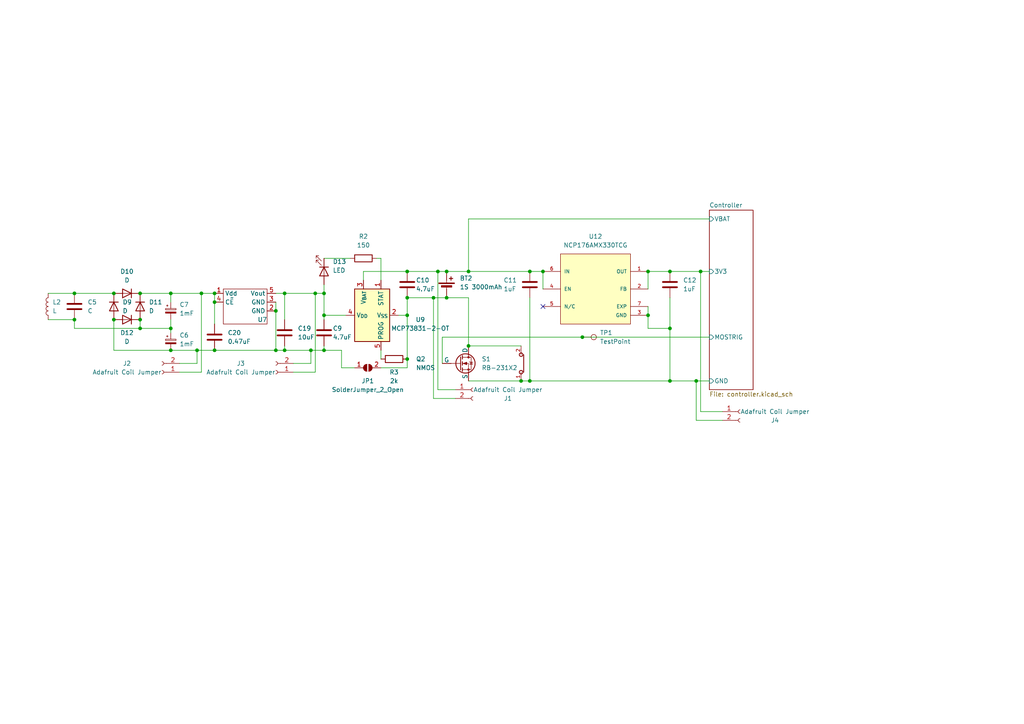
<source format=kicad_sch>
(kicad_sch (version 20230121) (generator eeschema)
  (paper "A4")
  (lib_symbols
    (symbol "Battery_Management:MCP73831-2-OT"
      (property "Reference" "U" (at -7.62 6.35 0))
      (property "Value" "MCP73831-2-OT" (at 1.27 6.35 0))
      (symbol "MCP73831-2-OT_0_1"
        (rectangle (start -7.62 5.08) (end 7.62 -5.08) (stroke (width 0.254)) (fill (type background)))
      )
      (symbol "MCP73831-2-OT_1_1"
        (pin output line (at 10.16 -2.54 180) (length 2.54) (name "STAT") (number "1"))
        (pin power_in line (at 0 -7.62 90) (length 2.54) (name "V_{SS}") (number "2"))
        (pin power_out line (at 10.16 2.54 180) (length 2.54) (name "V_{BAT}") (number "3"))
        (pin power_in line (at 0 7.62 270) (length 2.54) (name "V_{DD}") (number "4"))
        (pin input line (at -10.16 -2.54 0) (length 2.54) (name "PROG") (number "5"))
      )
    )
    (symbol "Connector:Conn_01x02_Socket" (pin_names (offset 1.016) hide)
      (property "Reference" "J" (at 0 2.54 0))
      (property "Value" "Conn_01x02_Socket" (at 0 -5.08 0))
      (symbol "Conn_01x02_Socket_1_1"
        (arc (start 0 -2.032) (mid -0.5058 -2.54) (end 0 -3.048) (stroke (width 0.1524)))
        (polyline (pts (xy -1.27 -2.54) (xy -0.508 -2.54)) (stroke (width 0.1524)))
        (polyline (pts (xy -1.27 0) (xy -0.508 0)) (stroke (width 0.1524)))
        (arc (start 0 0.508) (mid -0.5058 0) (end 0 -0.508) (stroke (width 0.1524)))
        (pin passive line (at -5.08 0 0) (length 3.81) (name "Pin_1") (number "1"))
        (pin passive line (at -5.08 -2.54 0) (length 3.81) (name "Pin_2") (number "2"))
      )
    )
    (symbol "Connector:TestPoint" (pin_numbers hide) (pin_names (offset 0.762) hide)
      (property "Reference" "TP" (at 0 6.858 0))
      (property "Value" "TestPoint" (at 0 5.08 0))
      (symbol "TestPoint_0_1"
        (circle (center 0 3.302) (radius 0.762))
      )
      (symbol "TestPoint_1_1"
        (pin passive line (at 0 0 90) (length 2.54) (name "1") (number "1"))
      )
    )
    (symbol "Device:Battery_Cell" (pin_numbers hide) (pin_names (offset 0) hide)
      (property "Reference" "BT" (at 2.54 2.54 0))
      (property "Value" "Battery_Cell" (at 2.54 0 0))
      (symbol "Battery_Cell_0_1"
        (rectangle (start -2.286 1.778) (end 2.286 1.524) (fill (type outline)))
        (rectangle (start -1.524 1.016) (end 1.524 0.508) (fill (type outline)))
        (polyline (pts (xy 0 0.762) (xy 0 0)))
        (polyline (pts (xy 0 1.778) (xy 0 2.54)))
        (polyline (pts (xy 0.762 3.048) (xy 1.778 3.048)) (stroke (width 0.254)))
        (polyline (pts (xy 1.27 3.556) (xy 1.27 2.54)) (stroke (width 0.254)))
      )
      (symbol "Battery_Cell_1_1"
        (pin passive line (at 0 5.08 270) (length 2.54) (name "+") (number "1"))
        (pin passive line (at 0 -2.54 90) (length 2.54) (name "-") (number "2"))
      )
    )
    (symbol "Device:C" (pin_numbers hide) (pin_names (offset 0.254))
      (property "Reference" "C" (at 0.635 2.54 0))
      (property "Value" "C" (at 0.635 -2.54 0))
      (symbol "C_0_1"
        (polyline (pts (xy -2.032 -0.762) (xy 2.032 -0.762)) (stroke (width 0.508)))
        (polyline (pts (xy -2.032 0.762) (xy 2.032 0.762)) (stroke (width 0.508)))
      )
      (symbol "C_1_1"
        (pin passive line (at 0 3.81 270) (length 2.794) (name "~") (number "1"))
        (pin passive line (at 0 -3.81 90) (length 2.794) (name "~") (number "2"))
      )
    )
    (symbol "Device:C_Polarized_Small" (pin_numbers hide) (pin_names (offset 0.254) hide)
      (property "Reference" "C" (at 0.254 1.778 0))
      (property "Value" "C_Polarized_Small" (at 0.254 -2.032 0))
      (symbol "C_Polarized_Small_0_1"
        (rectangle (start -1.524 -0.3048) (end 1.524 -0.6858) (fill (type outline)))
        (rectangle (start -1.524 0.6858) (end 1.524 0.3048))
        (polyline (pts (xy -1.27 1.524) (xy -0.762 1.524)))
        (polyline (pts (xy -1.016 1.27) (xy -1.016 1.778)))
      )
      (symbol "C_Polarized_Small_1_1"
        (pin passive line (at 0 2.54 270) (length 1.8542) (name "~") (number "1"))
        (pin passive line (at 0 -2.54 90) (length 1.8542) (name "~") (number "2"))
      )
    )
    (symbol "Device:D" (pin_numbers hide) (pin_names (offset 1.016) hide)
      (property "Reference" "D" (at 0 2.54 0))
      (property "Value" "D" (at 0 -2.54 0))
      (symbol "D_0_1"
        (polyline (pts (xy -1.27 1.27) (xy -1.27 -1.27)) (stroke (width 0.254)))
        (polyline (pts (xy 1.27 0) (xy -1.27 0)))
        (polyline (pts (xy 1.27 1.27) (xy 1.27 -1.27) (xy -1.27 0) (xy 1.27 1.27)) (stroke (width 0.254)))
      )
      (symbol "D_1_1"
        (pin passive line (at -3.81 0 0) (length 2.54) (name "K") (number "1"))
        (pin passive line (at 3.81 0 180) (length 2.54) (name "A") (number "2"))
      )
    )
    (symbol "Device:L" (pin_numbers hide) (pin_names (offset 1.016) hide)
      (property "Reference" "L" (at -1.27 0 90))
      (property "Value" "L" (at 1.905 0 90))
      (symbol "L_0_1"
        (arc (start 0 -2.54) (mid 0.6323 -1.905) (end 0 -1.27))
        (arc (start 0 -1.27) (mid 0.6323 -0.635) (end 0 0))
        (arc (start 0 0) (mid 0.6323 0.635) (end 0 1.27))
        (arc (start 0 1.27) (mid 0.6323 1.905) (end 0 2.54))
      )
      (symbol "L_1_1"
        (pin passive line (at 0 3.81 270) (length 1.27) (name "1") (number "1"))
        (pin passive line (at 0 -3.81 90) (length 1.27) (name "2") (number "2"))
      )
    )
    (symbol "Device:LED" (pin_numbers hide) (pin_names (offset 1.016) hide)
      (property "Reference" "D" (at 0 2.54 0))
      (property "Value" "LED" (at 0 -2.54 0))
      (symbol "LED_0_1"
        (polyline (pts (xy -1.27 -1.27) (xy -1.27 1.27)) (stroke (width 0.254)))
        (polyline (pts (xy -1.27 0) (xy 1.27 0)))
        (polyline (pts (xy 1.27 -1.27) (xy 1.27 1.27) (xy -1.27 0) (xy 1.27 -1.27)) (stroke (width 0.254)))
        (polyline (pts (xy -3.048 -0.762) (xy -4.572 -2.286) (xy -3.81 -2.286) (xy -4.572 -2.286) (xy -4.572 -1.524)))
        (polyline (pts (xy -1.778 -0.762) (xy -3.302 -2.286) (xy -2.54 -2.286) (xy -3.302 -2.286) (xy -3.302 -1.524)))
      )
      (symbol "LED_1_1"
        (pin passive line (at -3.81 0 0) (length 2.54) (name "K") (number "1"))
        (pin passive line (at 3.81 0 180) (length 2.54) (name "A") (number "2"))
      )
    )
    (symbol "Device:R" (pin_numbers hide) (pin_names (offset 0))
      (property "Reference" "R" (at 2.032 0 90))
      (property "Value" "R" (at 0 0 90))
      (symbol "R_0_1"
        (rectangle (start -1.016 -2.54) (end 1.016 2.54) (stroke (width 0.254)))
      )
      (symbol "R_1_1"
        (pin passive line (at 0 3.81 270) (length 1.27) (name "~") (number "1"))
        (pin passive line (at 0 -3.81 90) (length 1.27) (name "~") (number "2"))
      )
    )
    (symbol "Jumper:SolderJumper_2_Open" (pin_names (offset 0) hide)
      (property "Reference" "JP" (at 0 2.032 0))
      (property "Value" "SolderJumper_2_Open" (at 0 -2.54 0))
      (symbol "SolderJumper_2_Open_0_1"
        (arc (start -0.254 1.016) (mid -1.2656 0) (end -0.254 -1.016))
        (arc (start -0.254 1.016) (mid -1.2656 0) (end -0.254 -1.016) (fill (type outline)))
        (polyline (pts (xy -0.254 1.016) (xy -0.254 -1.016)))
        (polyline (pts (xy 0.254 1.016) (xy 0.254 -1.016)))
        (arc (start 0.254 -1.016) (mid 1.2656 0) (end 0.254 1.016))
        (arc (start 0.254 -1.016) (mid 1.2656 0) (end 0.254 1.016) (fill (type outline)))
      )
      (symbol "SolderJumper_2_Open_1_1"
        (pin passive line (at -3.81 0 0) (length 2.54) (name "A") (number "1"))
        (pin passive line (at 3.81 0 180) (length 2.54) (name "B") (number "2"))
      )
    )
    (symbol "NCP176AMX330TCG:NCP176AMX330TCG" (pin_names (offset 1.016))
      (property "Reference" "U" (at -10.16 10.922 0))
      (property "Value" "NCP176AMX330TCG" (at -10.16 -12.7 0))
      (symbol "NCP176AMX330TCG_0_0"
        (rectangle (start -10.16 -10.16) (end 10.16 10.16) (stroke (width 0.1524)) (fill (type background)))
        (pin output line (at 15.24 5.08 180) (length 5.08) (name "OUT") (number "1"))
        (pin input line (at 15.24 0 180) (length 5.08) (name "FB") (number "2"))
        (pin power_in line (at 15.24 -7.62 180) (length 5.08) (name "GND") (number "3"))
        (pin input line (at -15.24 0 0) (length 5.08) (name "EN") (number "4"))
        (pin passive line (at -15.24 -5.08 0) (length 5.08) (name "N/C") (number "5"))
        (pin input line (at -15.24 5.08 0) (length 5.08) (name "IN") (number "6"))
        (pin power_in line (at 15.24 -5.08 180) (length 5.08) (name "EXP") (number "7"))
      )
    )
    (symbol "R1500H050B:R1500H050B"
      (property "Reference" "R1500H050B" (at 10.16 -6.35 0))
      (property "Value" "~" (at 0 0 0))
      (symbol "R1500H050B_0_1"
        (rectangle (start -2.54 2.54) (end 10.16 -7.62))
      )
      (symbol "R1500H050B_1_1"
        (pin input line (at -5.08 1.27 0) (length 2.54) (name "Vdd") (number "1"))
        (pin input line (at 12.7 -3.81 180) (length 2.54) (name "GND") (number "2"))
        (pin input line (at 12.7 -1.27 180) (length 2.54) (name "GND") (number "3"))
        (pin input line (at -5.08 -1.27 0) (length 2.54) (name "CE") (number "4"))
        (pin output line (at 12.7 1.27 180) (length 2.54) (name "Vout") (number "5"))
      )
    )
    (symbol "RB-231X2:RB-231X2" (pin_names (offset 1.016))
      (property "Reference" "S" (at -3.5576 2.0329 0))
      (property "Value" "RB-231X2" (at -3.8121 -2.5414 0))
      (symbol "RB-231X2_0_0"
        (circle (center -2.54 0) (radius 0.508) (stroke (width 0.254)))
        (polyline (pts (xy -2.54 0.762) (xy 2.54 0.762)) (stroke (width 0.254)))
        (circle (center 2.54 0) (radius 0.508) (stroke (width 0.254)))
        (pin passive line (at 5.08 0 180) (length 2.54) (name "~") (number "1"))
        (pin passive line (at -5.08 0 0) (length 2.54) (name "~") (number "2"))
      )
    )
    (symbol "Simulation_SPICE:NMOS" (pin_numbers hide) (pin_names (offset 0))
      (property "Reference" "Q" (at 5.08 1.27 0))
      (property "Value" "NMOS" (at 5.08 -1.27 0))
      (symbol "NMOS_0_1"
        (polyline (pts (xy 0.254 0) (xy -2.54 0)))
        (polyline (pts (xy 0.254 1.905) (xy 0.254 -1.905)) (stroke (width 0.254)))
        (polyline (pts (xy 0.762 -1.27) (xy 0.762 -2.286)) (stroke (width 0.254)))
        (polyline (pts (xy 0.762 0.508) (xy 0.762 -0.508)) (stroke (width 0.254)))
        (polyline (pts (xy 0.762 2.286) (xy 0.762 1.27)) (stroke (width 0.254)))
        (polyline (pts (xy 2.54 2.54) (xy 2.54 1.778)))
        (polyline (pts (xy 2.54 -2.54) (xy 2.54 0) (xy 0.762 0)))
        (polyline (pts (xy 0.762 -1.778) (xy 3.302 -1.778) (xy 3.302 1.778) (xy 0.762 1.778)))
        (polyline (pts (xy 1.016 0) (xy 2.032 0.381) (xy 2.032 -0.381) (xy 1.016 0)) (fill (type outline)))
        (polyline (pts (xy 2.794 0.508) (xy 2.921 0.381) (xy 3.683 0.381) (xy 3.81 0.254)))
        (polyline (pts (xy 3.302 0.381) (xy 2.921 -0.254) (xy 3.683 -0.254) (xy 3.302 0.381)))
        (circle (center 1.651 0) (radius 2.794) (stroke (width 0.254)))
        (circle (center 2.54 -1.778) (radius 0.254) (fill (type outline)))
        (circle (center 2.54 1.778) (radius 0.254) (fill (type outline)))
      )
      (symbol "NMOS_1_1"
        (pin passive line (at 2.54 5.08 270) (length 2.54) (name "D") (number "1"))
        (pin input line (at -5.08 0 0) (length 2.54) (name "G") (number "2"))
        (pin passive line (at 2.54 -5.08 90) (length 2.54) (name "S") (number "3"))
      )
    )
  )
  (junction (at 135.89 100.33))
  (junction (at 118.11 104.14))
  (junction (at 203.2 78.74))
  (junction (at 33.02 92.71))
  (junction (at 82.55 101.6))
  (junction (at 187.96 91.44))
  (junction (at 135.89 78.74))
  (junction (at 194.31 78.74))
  (junction (at 21.59 85.09))
  (junction (at 129.54 86.36))
  (junction (at 118.11 86.36))
  (junction (at 62.23 101.6))
  (junction (at 129.54 78.74))
  (junction (at 153.67 78.74))
  (junction (at 194.31 110.49))
  (junction (at 40.64 95.25))
  (junction (at 49.53 85.09))
  (junction (at 80.01 101.6))
  (junction (at 93.98 101.6))
  (junction (at 125.73 86.36))
  (junction (at 90.17 101.6))
  (junction (at 157.48 78.74))
  (junction (at 118.11 78.74))
  (junction (at 49.53 101.6))
  (junction (at 118.11 91.44))
  (junction (at 58.42 85.09))
  (junction (at 201.93 110.49))
  (junction (at 187.96 78.74))
  (junction (at 151.13 110.49))
  (junction (at 40.64 92.71))
  (junction (at 80.01 90.17))
  (junction (at 93.98 91.44))
  (junction (at 21.59 92.71))
  (junction (at 62.23 85.09))
  (junction (at 168.91 97.79))
  (junction (at 57.15 101.6))
  (junction (at 194.31 95.25))
  (junction (at 33.02 85.09))
  (junction (at 153.67 110.49))
  (junction (at 91.44 85.09))
  (junction (at 93.98 85.09))
  (junction (at 49.53 95.25))
  (junction (at 40.64 85.09))
  (junction (at 62.23 87.63))
  (junction (at 82.55 85.09))
  (junction (at 127 78.74))
  (no_connect (at 157.48 88.9))
  (wire (pts (xy 49.53 95.25) (xy 40.64 95.25)))
  (wire (pts (xy 57.15 101.6) (xy 62.23 101.6)))
  (wire (pts (xy 118.11 78.74) (xy 127 78.74)))
  (wire (pts (xy 118.11 86.36) (xy 125.73 86.36)))
  (wire (pts (xy 49.53 85.09) (xy 58.42 85.09)))
  (wire (pts (xy 135.89 100.33) (xy 151.13 100.33)))
  (wire (pts (xy 82.55 85.09) (xy 82.55 92.71)))
  (wire (pts (xy 21.59 95.25) (xy 21.59 92.71)))
  (wire (pts (xy 110.49 74.93) (xy 110.49 81.28)))
  (wire (pts (xy 62.23 85.09) (xy 62.23 87.63)))
  (wire (pts (xy 58.42 107.95) (xy 58.42 85.09)))
  (wire (pts (xy 80.01 101.6) (xy 82.55 101.6)))
  (wire (pts (xy 58.42 85.09) (xy 62.23 85.09)))
  (wire (pts (xy 99.06 106.68) (xy 102.87 106.68)))
  (wire (pts (xy 85.09 105.41) (xy 90.17 105.41)))
  (wire (pts (xy 93.98 92.71) (xy 93.98 91.44)))
  (wire (pts (xy 203.2 78.74) (xy 205.74 78.74)))
  (wire (pts (xy 132.08 113.03) (xy 127 113.03)))
  (wire (pts (xy 90.17 101.6) (xy 90.17 105.41)))
  (wire (pts (xy 105.41 81.28) (xy 105.41 78.74)))
  (wire (pts (xy 132.08 115.57) (xy 125.73 115.57)))
  (wire (pts (xy 82.55 101.6) (xy 90.17 101.6)))
  (wire (pts (xy 93.98 101.6) (xy 99.06 101.6)))
  (wire (pts (xy 153.67 110.49) (xy 194.31 110.49)))
  (wire (pts (xy 127 78.74) (xy 127 113.03)))
  (wire (pts (xy 128.27 97.79) (xy 168.91 97.79)))
  (wire (pts (xy 203.2 78.74) (xy 203.2 119.38)))
  (wire (pts (xy 52.07 107.95) (xy 58.42 107.95)))
  (wire (pts (xy 128.27 97.79) (xy 128.27 105.41)))
  (wire (pts (xy 153.67 78.74) (xy 157.48 78.74)))
  (wire (pts (xy 118.11 106.68) (xy 118.11 104.14)))
  (wire (pts (xy 187.96 78.74) (xy 194.31 78.74)))
  (wire (pts (xy 40.64 92.71) (xy 40.64 95.25)))
  (wire (pts (xy 52.07 105.41) (xy 57.15 105.41)))
  (wire (pts (xy 80.01 85.09) (xy 82.55 85.09)))
  (wire (pts (xy 194.31 95.25) (xy 187.96 95.25)))
  (wire (pts (xy 118.11 91.44) (xy 118.11 86.36)))
  (wire (pts (xy 91.44 107.95) (xy 91.44 85.09)))
  (wire (pts (xy 201.93 110.49) (xy 205.74 110.49)))
  (wire (pts (xy 93.98 82.55) (xy 93.98 85.09)))
  (wire (pts (xy 157.48 78.74) (xy 157.48 83.82)))
  (wire (pts (xy 93.98 91.44) (xy 93.98 85.09)))
  (wire (pts (xy 129.54 78.74) (xy 135.89 78.74)))
  (wire (pts (xy 13.97 85.09) (xy 21.59 85.09)))
  (wire (pts (xy 80.01 90.17) (xy 80.01 101.6)))
  (wire (pts (xy 187.96 88.9) (xy 187.96 91.44)))
  (wire (pts (xy 57.15 101.6) (xy 57.15 105.41)))
  (wire (pts (xy 93.98 91.44) (xy 100.33 91.44)))
  (wire (pts (xy 127 78.74) (xy 129.54 78.74)))
  (wire (pts (xy 168.91 97.79) (xy 205.74 97.79)))
  (wire (pts (xy 135.89 78.74) (xy 135.89 63.5)))
  (wire (pts (xy 125.73 86.36) (xy 129.54 86.36)))
  (wire (pts (xy 194.31 110.49) (xy 201.93 110.49)))
  (wire (pts (xy 135.89 78.74) (xy 153.67 78.74)))
  (wire (pts (xy 129.54 86.36) (xy 135.89 86.36)))
  (wire (pts (xy 135.89 63.5) (xy 205.74 63.5)))
  (wire (pts (xy 118.11 104.14) (xy 118.11 91.44)))
  (wire (pts (xy 201.93 110.49) (xy 201.93 121.92)))
  (wire (pts (xy 209.55 121.92) (xy 201.93 121.92)))
  (wire (pts (xy 49.53 85.09) (xy 49.53 87.63)))
  (wire (pts (xy 80.01 87.63) (xy 80.01 90.17)))
  (wire (pts (xy 194.31 110.49) (xy 194.31 95.25)))
  (wire (pts (xy 151.13 110.49) (xy 153.67 110.49)))
  (wire (pts (xy 33.02 92.71) (xy 33.02 101.6)))
  (wire (pts (xy 49.53 92.71) (xy 49.53 95.25)))
  (wire (pts (xy 49.53 95.25) (xy 49.53 96.52)))
  (wire (pts (xy 153.67 86.36) (xy 153.67 110.49)))
  (wire (pts (xy 62.23 101.6) (xy 80.01 101.6)))
  (wire (pts (xy 187.96 78.74) (xy 187.96 83.82)))
  (wire (pts (xy 209.55 119.38) (xy 203.2 119.38)))
  (wire (pts (xy 82.55 100.33) (xy 82.55 101.6)))
  (wire (pts (xy 62.23 93.98) (xy 62.23 87.63)))
  (wire (pts (xy 194.31 86.36) (xy 194.31 95.25)))
  (wire (pts (xy 110.49 74.93) (xy 109.22 74.93)))
  (wire (pts (xy 99.06 101.6) (xy 99.06 106.68)))
  (wire (pts (xy 194.31 78.74) (xy 203.2 78.74)))
  (wire (pts (xy 82.55 85.09) (xy 91.44 85.09)))
  (wire (pts (xy 40.64 85.09) (xy 49.53 85.09)))
  (wire (pts (xy 13.97 92.71) (xy 21.59 92.71)))
  (wire (pts (xy 93.98 101.6) (xy 93.98 100.33)))
  (wire (pts (xy 125.73 86.36) (xy 125.73 115.57)))
  (wire (pts (xy 93.98 74.93) (xy 101.6 74.93)))
  (wire (pts (xy 21.59 85.09) (xy 33.02 85.09)))
  (wire (pts (xy 91.44 85.09) (xy 93.98 85.09)))
  (wire (pts (xy 33.02 101.6) (xy 49.53 101.6)))
  (wire (pts (xy 40.64 95.25) (xy 21.59 95.25)))
  (wire (pts (xy 110.49 101.6) (xy 110.49 104.14)))
  (wire (pts (xy 110.49 106.68) (xy 118.11 106.68)))
  (wire (pts (xy 90.17 101.6) (xy 93.98 101.6)))
  (wire (pts (xy 49.53 101.6) (xy 57.15 101.6)))
  (wire (pts (xy 135.89 110.49) (xy 151.13 110.49)))
  (wire (pts (xy 115.57 91.44) (xy 118.11 91.44)))
  (wire (pts (xy 187.96 95.25) (xy 187.96 91.44)))
  (wire (pts (xy 105.41 78.74) (xy 118.11 78.74)))
  (wire (pts (xy 135.89 86.36) (xy 135.89 100.33)))
  (wire (pts (xy 85.09 107.95) (xy 91.44 107.95)))
  (symbol (lib_id "Device:C") (at 93.98 96.52 0) (unit 1)
    (property "Reference" "C9" (at 96.52 95.25 0) (effects (justify left)))
    (property "Value" "4.7uF" (at 96.52 97.79 0) (effects (justify left)))
    (property "Footprint" "Capacitor_SMD:C_0805_2012Metric_Pad1.18x1.45mm_HandSolder" (effects hide))
  )
  (symbol (lib_id "Device:R") (at 105.41 74.93 90) (unit 1)
    (property "Reference" "R2" (at 105.41 68.58 90))
    (property "Value" "150" (at 105.41 71.12 90))
    (property "Footprint" "Resistor_SMD:R_0805_2012Metric_Pad1.20x1.40mm_HandSolder" (effects hide))
  )
  (symbol (lib_id "Device:C") (at 118.11 82.55 0) (unit 1)
    (property "Reference" "C10" (at 120.65 81.28 0) (effects (justify left)))
    (property "Value" "4.7uF" (at 120.65 83.82 0) (effects (justify left)))
    (property "Footprint" "Capacitor_SMD:C_0805_2012Metric_Pad1.18x1.45mm_HandSolder" (effects hide))
  )
  (symbol (lib_id "Device:LED") (at 93.98 78.74 270) (unit 1)
    (property "Reference" "D13" (at 96.52 75.8825 90) (effects (justify left)))
    (property "Value" "LED" (at 96.52 78.4225 90) (effects (justify left)))
    (property "Footprint" "LED_SMD:LED_0805_2012Metric_Pad1.15x1.40mm_HandSolder" (effects hide))
  )
  (symbol (lib_id "Device:C") (at 153.67 82.55 180) (unit 1)
    (property "Reference" "C11" (at 146.05 81.28 0) (effects (justify right)))
    (property "Value" "1uF" (at 146.05 83.82 0) (effects (justify right)))
    (property "Footprint" "Capacitor_SMD:C_0805_2012Metric_Pad1.18x1.45mm_HandSolder" (effects hide))
  )
  (symbol (lib_id "Device:C_Polarized_Small") (at 49.53 90.17 0) (unit 1)
    (property "Reference" "C7" (at 52.07 88.3539 0) (effects (justify left)))
    (property "Value" "1mF" (at 52.07 90.8939 0) (effects (justify left)))
    (property "Footprint" "Capacitor_THT:CP_Radial_D10.0mm_P5.00mm" (effects hide))
  )
  (symbol (lib_id "Connector:Conn_01x02_Socket") (at 214.63 119.38 0) (unit 1)
    (property "Reference" "J4" (at 224.79 121.92 0))
    (property "Value" "Adafruit Coil Jumper" (at 224.79 119.38 0))
    (property "Footprint" "Connector_PinHeader_1.00mm:PinHeader_1x02_P1.00mm_Vertical" (effects hide))
  )
  (symbol (lib_id "Device:C") (at 194.31 82.55 0) (unit 1)
    (property "Reference" "C12" (at 198.12 81.28 0) (effects (justify left)))
    (property "Value" "1uF" (at 198.12 83.82 0) (effects (justify left)))
    (property "Footprint" "Capacitor_SMD:C_0805_2012Metric_Pad1.18x1.45mm_HandSolder" (effects hide))
  )
  (symbol (lib_id "Device:C") (at 62.23 97.79 0) (unit 1)
    (property "Reference" "C20" (at 66.04 96.52 0) (effects (justify left)))
    (property "Value" "0.47uF" (at 66.04 99.06 0) (effects (justify left)))
    (property "Footprint" "Capacitor_SMD:C_0805_2012Metric_Pad1.18x1.45mm_HandSolder" (effects hide))
  )
  (symbol (lib_id "Device:D") (at 36.83 92.71 180) (unit 1)
    (property "Reference" "D12" (at 36.83 96.52 0))
    (property "Value" "D" (at 36.83 99.06 0))
    (property "Footprint" "Diode_SMD:D_0805_2012Metric_Pad1.15x1.40mm_HandSolder" (effects hide))
    (property "Sim.Device" "D" (effects hide))
    (property "Sim.Pins" "1=K 2=A" (effects hide))
  )
  (symbol (lib_id "Connector:Conn_01x02_Socket") (at 46.99 107.95 180) (unit 1)
    (property "Reference" "J2" (at 36.83 105.41 0))
    (property "Value" "Adafruit Coil Jumper" (at 36.83 107.95 0))
    (property "Footprint" "Connector_PinHeader_1.00mm:PinHeader_1x02_P1.00mm_Vertical" (effects hide))
  )
  (symbol (lib_id "Device:L") (at 13.97 88.9 180) (unit 1)
    (property "Reference" "L2" (at 15.24 87.63 0) (effects (justify right)))
    (property "Value" "L" (at 15.24 90.17 0) (effects (justify right)))
    (property "Footprint" "Connector_PinHeader_1.00mm:PinHeader_1x02_P1.00mm_Vertical" (effects hide))
  )
  (symbol (lib_id "Device:Battery_Cell") (at 129.54 83.82 0) (unit 1)
    (property "Reference" "BT2" (at 133.35 80.7085 0) (effects (justify left)))
    (property "Value" "1S 3000mAh" (at 133.35 83.2485 0) (effects (justify left)))
    (property "Footprint" "Connector_JST:JST_GH_BM02B-GHS-TBT_1x02-1MP_P1.25mm_Vertical" (effects hide))
  )
  (symbol (lib_id "Device:D") (at 40.64 88.9 270) (unit 1)
    (property "Reference" "D11" (at 43.18 87.63 90) (effects (justify left)))
    (property "Value" "D" (at 43.18 90.17 90) (effects (justify left)))
    (property "Footprint" "Diode_SMD:D_0805_2012Metric_Pad1.15x1.40mm_HandSolder" (effects hide))
    (property "Sim.Device" "D" (effects hide))
    (property "Sim.Pins" "1=K 2=A" (effects hide))
  )
  (symbol (lib_id "Simulation_SPICE:NMOS") (at 133.35 105.41 0) (unit 1)
    (property "Reference" "Q2" (at 120.65 104.14 0) (effects (justify left)))
    (property "Value" "NMOS" (at 120.65 106.68 0) (effects (justify left)))
    (property "Footprint" "Package_TO_SOT_SMD:SOT-323_SC-70_Handsoldering" (effects hide))
    (property "Datasheet" "https://www.diodes.com/assets/Datasheets/DMG1012UW.pdf" (effects hide))
    (property "Sim.Device" "NMOS" (effects hide))
    (property "Sim.Type" "VDMOS" (effects hide))
    (property "Sim.Pins" "1=D 2=G 3=S" (effects hide))
  )
  (symbol (lib_id "Battery_Management:MCP73831-2-OT") (at 107.95 91.44 90) (unit 1)
    (property "Reference" "U9" (at 121.92 92.71 90))
    (property "Value" "MCP73831-2-OT" (at 121.92 95.25 90))
    (property "Footprint" "Package_TO_SOT_SMD:SOT-23-5_HandSoldering" (effects hide))
    (property "Datasheet" "http://ww1.microchip.com/downloads/en/DeviceDoc/20001984g.pdf" (effects hide))
  )
  (symbol (lib_id "R1500H050B:R1500H050B") (at 67.31 86.36 0) (unit 1)
    (property "Reference" "U7" (at 77.47 92.71 0) (effects (justify right)))
    (property "Value" "~" (at 67.31 86.36 0))
    (property "Footprint" "Package_TO_SOT_SMD:SOT-89-5" (effects hide))
    (property "Datasheet" "https://www.nisshinbo-microdevices.co.jp/en/pdf/datasheet/r1500-ea.pdf" (effects hide))
    (instances (project "robot" (path "" (reference "U7") (unit 1)) (path "" (reference "R1500H050B1") (unit 1))))
  )
  (symbol (lib_id "Device:R") (at 114.3 104.14 90) (unit 1)
    (property "Reference" "R3" (at 114.3 107.95 90))
    (property "Value" "2k" (at 114.3 110.49 90))
    (property "Footprint" "Resistor_SMD:R_0805_2012Metric_Pad1.20x1.40mm_HandSolder" (effects hide))
  )
  (symbol (lib_id "Device:C") (at 21.59 88.9 0) (unit 1)
    (property "Reference" "C5" (at 25.4 87.63 0) (effects (justify left)))
    (property "Value" "C" (at 25.4 90.17 0) (effects (justify left)))
    (property "Footprint" "Capacitor_THT:CP_Radial_D10.0mm_P5.00mm" (effects hide))
  )
  (symbol (lib_id "Jumper:SolderJumper_2_Open") (at 106.68 106.68 0) (unit 1)
    (property "Reference" "JP1" (at 106.68 110.49 0))
    (property "Value" "SolderJumper_2_Open" (at 106.68 113.03 0))
    (property "Footprint" "Diode_SMD:D_0805_2012Metric_Pad1.15x1.40mm_HandSolder" (effects hide))
  )
  (symbol (lib_id "Device:D") (at 36.83 85.09 180) (unit 1)
    (property "Reference" "D10" (at 36.83 78.74 0))
    (property "Value" "D" (at 36.83 81.28 0))
    (property "Footprint" "Diode_SMD:D_0805_2012Metric_Pad1.15x1.40mm_HandSolder" (effects hide))
    (property "Sim.Device" "D" (effects hide))
    (property "Sim.Pins" "1=K 2=A" (effects hide))
  )
  (symbol (lib_id "Device:C_Polarized_Small") (at 49.53 99.06 0) (unit 1)
    (property "Reference" "C6" (at 52.07 97.2439 0) (effects (justify left)))
    (property "Value" "1mF" (at 52.07 99.7839 0) (effects (justify left)))
    (property "Footprint" "Capacitor_THT:CP_Radial_D10.0mm_P5.00mm" (effects hide))
  )
  (symbol (lib_id "Connector:TestPoint") (at 168.91 97.79 270) (unit 1)
    (property "Reference" "TP1" (at 173.99 96.52 90) (effects (justify left)))
    (property "Value" "TestPoint" (at 173.99 99.06 90) (effects (justify left)))
    (property "Footprint" "TestPoint:TestPoint_Pad_D2.0mm" (effects hide))
    (instances (project "robot" (path "" (reference "TP1") (unit 1)) (path "" (reference "TP11") (unit 1))))
  )
  (symbol (lib_id "Connector:Conn_01x02_Socket") (at 80.01 107.95 180) (unit 1)
    (property "Reference" "J3" (at 69.85 105.41 0))
    (property "Value" "Adafruit Coil Jumper" (at 69.85 107.95 0))
    (property "Footprint" "Connector_PinHeader_1.00mm:PinHeader_1x02_P1.00mm_Vertical" (effects hide))
  )
  (symbol (lib_id "Device:D") (at 33.02 88.9 270) (unit 1)
    (property "Reference" "D9" (at 35.56 87.63 90) (effects (justify left)))
    (property "Value" "D" (at 35.56 90.17 90) (effects (justify left)))
    (property "Footprint" "Diode_SMD:D_0805_2012Metric_Pad1.15x1.40mm_HandSolder" (effects hide))
    (property "Sim.Device" "D" (effects hide))
    (property "Sim.Pins" "1=K 2=A" (effects hide))
  )
  (symbol (lib_id "Connector:Conn_01x02_Socket") (at 137.16 113.03 0) (unit 1)
    (property "Reference" "J1" (at 147.32 115.57 0))
    (property "Value" "Adafruit Coil Jumper" (at 147.32 113.03 0))
    (property "Footprint" "Connector_PinHeader_1.00mm:PinHeader_1x02_P1.00mm_Vertical" (effects hide))
  )
  (symbol (lib_id "NCP176AMX330TCG:NCP176AMX330TCG") (at 172.72 83.82 0) (unit 1)
    (property "Reference" "U12" (at 172.72 68.58 0))
    (property "Value" "NCP176AMX330TCG" (at 172.72 71.12 0))
    (property "Footprint" "NCP176AMX330TCG:PSON40P120X120X45-7N_NCP176AMX330TCG" (effects hide))
    (property "Datasheet" "https://www.onsemi.com/pdf/datasheet/ncp176-d.pdf" (effects hide))
    (property "MF" "onsemi" (effects hide))
    (property "DESCRIPTION" "LDO REGULATOR" (effects hide))
    (property "PACKAGE" "XFDFN-6 ON Semiconductor" (effects hide))
    (property "Price" "None" (effects hide))
    (property "Package" "None" (effects hide))
    (property "Check_prices" "https://www.snapeda.com/parts/NCP176AMX330TCG/Onsemi/view-part/?ref=eda" (effects hide))
    (property "PARTREV" "5" (effects hide))
    (property "SnapEDA_Link" "https://www.snapeda.com/parts/NCP176AMX330TCG/Onsemi/view-part/?ref=snap" (effects hide))
    (property "MP" "NCP176AMX330TCG" (effects hide))
    (property "Purchase-URL" "https://www.snapeda.com/api/url_track_click_mouser/?unipart_id=7448997&manufacturer=onsemi&part_name=NCP176AMX330TCG&search_term=ncp176" (effects hide))
    (property "Description" "\nLinear Voltage Regulator IC Positive Fixed 1 Output 500mA 6-XDFN (1.2x1.2)\n" (effects hide))
    (property "Availability" "In Stock" (effects hide))
    (property "MANUFACTURER" "ON Semiconductor" (effects hide))
  )
  (symbol (lib_id "RB-231X2:RB-231X2") (at 151.13 105.41 270) (unit 1)
    (property "Reference" "S1" (at 139.7 104.14 90) (effects (justify left)))
    (property "Value" "RB-231X2" (at 139.7 106.68 90) (effects (justify left)))
    (property "Footprint" "RB-231X2:SW_RB-231X2" (effects hide))
    (property "MF" "C&K" (effects hide))
    (property "Description" "\nRolling Ball Tilt Switches\n" (effects hide))
    (property "Package" "Radial Side View  C&amp;K Components" (effects hide))
    (property "Price" "None" (effects hide))
    (property "Check_prices" "https://www.snapeda.com/parts/RB-231X2/C%2526K/view-part/?ref=eda" (effects hide))
    (property "SnapEDA_Link" "https://www.snapeda.com/parts/RB-231X2/C%2526K/view-part/?ref=snap" (effects hide))
    (property "MP" "RB-231X2" (effects hide))
    (property "Purchase-URL" "https://www.snapeda.com/api/url_track_click_mouser/?unipart_id=494671&manufacturer=C&amp;K&part_name=RB-231X2&search_term=rb231" (effects hide))
    (property "Availability" "In Stock" (effects hide))
    (property "MANUFACTURER" "CnK" (effects hide))
  )
  (symbol (lib_id "Device:C") (at 82.55 96.52 0) (unit 1)
    (property "Reference" "C19" (at 86.36 95.25 0) (effects (justify left)))
    (property "Value" "10uF" (at 86.36 97.79 0) (effects (justify left)))
    (property "Footprint" "Capacitor_SMD:C_0805_2012Metric_Pad1.18x1.45mm_HandSolder" (effects hide))
  )
  (sheet (at 205.74 60.96) (size 12.7 52.07) (stroke (width 0.1524))
    (property "Sheetname" "Controller" (at 205.74 60.2484 0) (effects (justify left bottom)))
    (property "Sheetfile" "controller.kicad_sch" (at 205.74 113.6146 0) (effects (justify left top)))
    (pin "VBAT" input (at 205.74 63.5 180))
    (pin "3V3" input (at 205.74 78.74 180))
    (pin "GND" input (at 205.74 110.49 180))
    (pin "MOSTRIG" input (at 205.74 97.79 180))
  )
)
</source>
